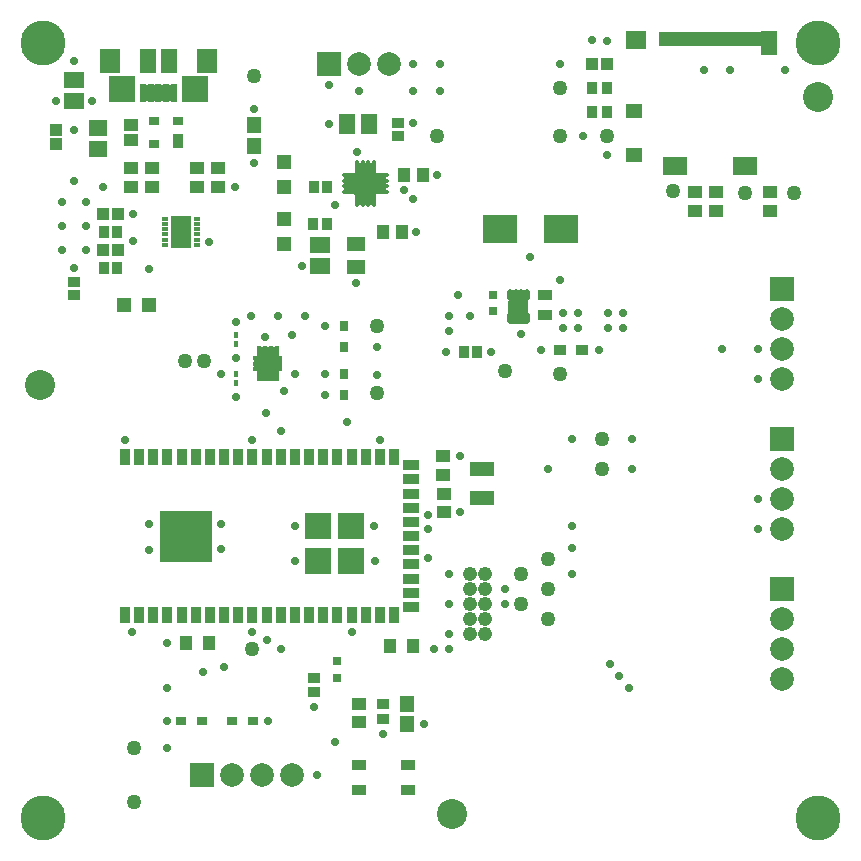
<source format=gts>
G04*
G04 #@! TF.GenerationSoftware,Altium Limited,Altium Designer,21.6.1 (37)*
G04*
G04 Layer_Color=8388736*
%FSLAX25Y25*%
%MOIN*%
G70*
G04*
G04 #@! TF.SameCoordinates,D5ED3E7B-3BD8-4430-B767-26EEE41716E0*
G04*
G04*
G04 #@! TF.FilePolarity,Negative*
G04*
G01*
G75*
%ADD20C,0.05000*%
%ADD23R,0.03150X0.03150*%
%ADD24R,0.03937X0.03543*%
%ADD34R,0.01822X0.02182*%
%ADD35R,0.04724X0.04724*%
%ADD41R,0.03543X0.03150*%
%ADD43R,0.03150X0.03543*%
%ADD44R,0.02756X0.02756*%
%ADD53R,0.04724X0.04724*%
%ADD54R,0.03937X0.04921*%
%ADD55R,0.06127X0.05728*%
%ADD68R,0.34400X0.04900*%
%ADD69R,0.11000X0.05800*%
%ADD70R,0.07400X0.07000*%
%ADD71R,0.09600X0.05100*%
%ADD72R,0.06900X0.11500*%
%ADD73R,0.06000X0.11200*%
%ADD74R,0.00900X0.02100*%
%ADD75R,0.02200X0.01100*%
%ADD76R,0.02100X0.01100*%
%ADD77R,0.01000X0.02000*%
%ADD78R,0.02200X0.01400*%
%ADD79R,0.01832X0.02632*%
%ADD80R,0.02532X0.01732*%
%ADD81R,0.06000X0.14000*%
%ADD82R,0.14000X0.06000*%
%ADD83R,0.07099X0.04343*%
%ADD84R,0.11430X0.09461*%
%ADD85C,0.10000*%
%ADD86R,0.08280X0.05131*%
%ADD87R,0.01784X0.02670*%
%ADD88R,0.02670X0.01784*%
%ADD89R,0.04737X0.04343*%
%ADD90R,0.04147X0.03556*%
%ADD91R,0.04343X0.04147*%
%ADD92R,0.04934X0.03359*%
%ADD93R,0.08819X0.08819*%
%ADD94R,0.08674X0.08674*%
%ADD95R,0.05524X0.03556*%
%ADD96R,0.03556X0.05524*%
%ADD97R,0.04343X0.04737*%
%ADD98R,0.05328X0.06509*%
%ADD99R,0.05131X0.05721*%
%ADD100R,0.03556X0.04147*%
G04:AMPARAMS|DCode=101|XSize=37.13mil|YSize=19.02mil|CornerRadius=5.38mil|HoleSize=0mil|Usage=FLASHONLY|Rotation=90.000|XOffset=0mil|YOffset=0mil|HoleType=Round|Shape=RoundedRectangle|*
%AMROUNDEDRECTD101*
21,1,0.03713,0.00827,0,0,90.0*
21,1,0.02638,0.01902,0,0,90.0*
1,1,0.01076,0.00413,0.01319*
1,1,0.01076,0.00413,-0.01319*
1,1,0.01076,-0.00413,-0.01319*
1,1,0.01076,-0.00413,0.01319*
%
%ADD101ROUNDEDRECTD101*%
%ADD102R,0.04147X0.03753*%
%ADD103R,0.04147X0.04343*%
%ADD104R,0.03753X0.04147*%
%ADD105R,0.02375X0.01784*%
%ADD106R,0.07102X0.10646*%
%ADD107R,0.06312X0.04934*%
%ADD108R,0.06509X0.05328*%
%ADD109O,0.01654X0.03898*%
%ADD110O,0.03898X0.01654*%
%ADD111R,0.07244X0.07244*%
%ADD112R,0.03556X0.03162*%
%ADD113R,0.03556X0.04737*%
%ADD114R,0.02375X0.06115*%
%ADD115R,0.09068X0.08674*%
%ADD116R,0.07099X0.08280*%
%ADD117R,0.05524X0.08280*%
%ADD118R,0.08280X0.06115*%
%ADD119R,0.05524X0.04737*%
%ADD120R,0.06902X0.06115*%
%ADD121R,0.04147X0.05131*%
%ADD122R,0.03753X0.05131*%
%ADD123R,0.05406X0.07887*%
%ADD124C,0.07887*%
%ADD125R,0.07887X0.07887*%
%ADD126R,0.07887X0.07887*%
%ADD127C,0.04760*%
%ADD128C,0.14973*%
%ADD129C,0.02800*%
%ADD130C,0.02769*%
D20*
X120000Y172500D02*
D03*
X177000Y95000D02*
D03*
X168000Y80000D02*
D03*
Y90000D02*
D03*
X259000Y217000D02*
D03*
X79000Y256000D02*
D03*
X218500Y217500D02*
D03*
X177000Y85000D02*
D03*
Y75000D02*
D03*
X120000Y150300D02*
D03*
X78300Y65000D02*
D03*
X140000Y235800D02*
D03*
X39000Y32000D02*
D03*
Y14000D02*
D03*
X162500Y157500D02*
D03*
X181000Y156500D02*
D03*
X195000Y125000D02*
D03*
Y135000D02*
D03*
X62300Y160900D02*
D03*
X56000Y160805D02*
D03*
X181000Y236000D02*
D03*
Y252000D02*
D03*
X242500Y217000D02*
D03*
X196500Y236000D02*
D03*
D23*
X106600Y60953D02*
D03*
Y55047D02*
D03*
D24*
X188043Y164500D02*
D03*
X180957D02*
D03*
D34*
X73000Y156395D02*
D03*
Y153605D02*
D03*
Y169395D02*
D03*
Y166605D02*
D03*
D35*
X89000Y199866D02*
D03*
Y208134D02*
D03*
Y218866D02*
D03*
Y227134D02*
D03*
D41*
X54654Y41000D02*
D03*
X61347D02*
D03*
X78347D02*
D03*
X71653D02*
D03*
D43*
X109000Y172346D02*
D03*
Y165654D02*
D03*
Y149653D02*
D03*
Y156346D02*
D03*
D44*
X158500Y183000D02*
D03*
Y177488D02*
D03*
D53*
X43843Y179642D02*
D03*
X35575D02*
D03*
D54*
X63937Y67000D02*
D03*
X56063D02*
D03*
X131937Y66000D02*
D03*
X124063D02*
D03*
D55*
X27000Y231356D02*
D03*
Y238644D02*
D03*
D68*
X232600Y268250D02*
D03*
D69*
X47300Y250200D02*
D03*
D70*
X83400Y159800D02*
D03*
D71*
Y159950D02*
D03*
D72*
X83550D02*
D03*
D73*
X167000Y179000D02*
D03*
D74*
X112750Y216350D02*
D03*
X119250Y223650D02*
D03*
D75*
X112100Y216850D02*
D03*
D76*
X119750D02*
D03*
D77*
X119200Y216400D02*
D03*
D78*
X120100Y223000D02*
D03*
D79*
X113216Y223284D02*
D03*
D80*
X112766Y222834D02*
D03*
D81*
X116000Y220000D02*
D03*
D82*
D03*
D83*
X167000Y179000D02*
D03*
D84*
X160961Y205000D02*
D03*
X181039D02*
D03*
D85*
X145000Y10000D02*
D03*
X267000Y249000D02*
D03*
X7500Y153000D02*
D03*
D86*
X155000Y124921D02*
D03*
Y115079D02*
D03*
D87*
X86353Y155423D02*
D03*
X84384D02*
D03*
X82416D02*
D03*
X80447D02*
D03*
Y164577D02*
D03*
X82416D02*
D03*
X84384D02*
D03*
X86353D02*
D03*
D88*
X79808Y160000D02*
D03*
X86993D02*
D03*
X86994Y158031D02*
D03*
X79808D02*
D03*
Y161969D02*
D03*
X86993D02*
D03*
D89*
X251000Y210850D02*
D03*
Y217150D02*
D03*
X233000Y210850D02*
D03*
Y217150D02*
D03*
X226000Y210850D02*
D03*
Y217150D02*
D03*
X114000Y40350D02*
D03*
Y46650D02*
D03*
X45000Y225150D02*
D03*
Y218850D02*
D03*
X38000Y225150D02*
D03*
Y218850D02*
D03*
X66800Y225200D02*
D03*
Y218901D02*
D03*
X59800Y225200D02*
D03*
Y218901D02*
D03*
X142000Y122850D02*
D03*
Y129150D02*
D03*
X142100Y116650D02*
D03*
Y110350D02*
D03*
X38000Y239657D02*
D03*
Y234343D02*
D03*
D90*
X99000Y50536D02*
D03*
Y55064D02*
D03*
X127000Y240264D02*
D03*
Y235736D02*
D03*
X19000Y187264D02*
D03*
Y182736D02*
D03*
D91*
X13000Y233138D02*
D03*
Y237862D02*
D03*
D92*
X130169Y26232D02*
D03*
X113831D02*
D03*
Y17768D02*
D03*
X130169D02*
D03*
X176000Y176307D02*
D03*
Y183000D02*
D03*
D93*
X51825Y106613D02*
D03*
X60557D02*
D03*
X51825Y98022D02*
D03*
X60557D02*
D03*
D94*
X100077Y105802D02*
D03*
X111317D02*
D03*
X100077Y94290D02*
D03*
X111317D02*
D03*
D95*
X131219Y83587D02*
D03*
Y126106D02*
D03*
Y121382D02*
D03*
Y116657D02*
D03*
Y111933D02*
D03*
Y107209D02*
D03*
Y102484D02*
D03*
Y97760D02*
D03*
Y93035D02*
D03*
Y88311D02*
D03*
Y78862D02*
D03*
D96*
X35781Y128878D02*
D03*
X40506D02*
D03*
X45230D02*
D03*
X49955D02*
D03*
X54679D02*
D03*
X59404D02*
D03*
X64128D02*
D03*
X68852D02*
D03*
X73577D02*
D03*
X78301D02*
D03*
X83026D02*
D03*
X87750D02*
D03*
X92474D02*
D03*
X97199D02*
D03*
X101923D02*
D03*
X106648D02*
D03*
X111372D02*
D03*
X116096D02*
D03*
X120821D02*
D03*
X125545D02*
D03*
Y76122D02*
D03*
X120821D02*
D03*
X116096D02*
D03*
X111372D02*
D03*
X106648D02*
D03*
X101923D02*
D03*
X97199D02*
D03*
X92474D02*
D03*
X87750D02*
D03*
X83026D02*
D03*
X78301D02*
D03*
X73577D02*
D03*
X68852D02*
D03*
X64128D02*
D03*
X59404D02*
D03*
X54679D02*
D03*
X49955D02*
D03*
X45230D02*
D03*
X40506D02*
D03*
X35781D02*
D03*
D97*
X135150Y223000D02*
D03*
X128850D02*
D03*
X128150Y204000D02*
D03*
X121850D02*
D03*
D98*
X110000Y240000D02*
D03*
X117087D02*
D03*
D99*
X79000Y232653D02*
D03*
Y239347D02*
D03*
X130000Y39854D02*
D03*
Y46546D02*
D03*
D100*
X148736Y164000D02*
D03*
X153264D02*
D03*
X33264Y204000D02*
D03*
X28736D02*
D03*
X98572Y206400D02*
D03*
X103100D02*
D03*
X98736Y219000D02*
D03*
X103264D02*
D03*
X28736Y192000D02*
D03*
X33264D02*
D03*
D101*
X164047Y182878D02*
D03*
X166016D02*
D03*
X167984D02*
D03*
X169953D02*
D03*
Y175122D02*
D03*
X167984D02*
D03*
X166016D02*
D03*
X164047D02*
D03*
D102*
X122000Y41441D02*
D03*
Y46559D02*
D03*
D103*
X196362Y260000D02*
D03*
X191638D02*
D03*
X28638Y210000D02*
D03*
X33362D02*
D03*
X28638Y198000D02*
D03*
X33362D02*
D03*
D104*
X191441Y252000D02*
D03*
X196559D02*
D03*
X191441Y244000D02*
D03*
X196559D02*
D03*
D105*
X49285Y208329D02*
D03*
Y206557D02*
D03*
Y204786D02*
D03*
Y203014D02*
D03*
Y201242D02*
D03*
Y199471D02*
D03*
X59915D02*
D03*
Y201242D02*
D03*
Y203014D02*
D03*
Y204786D02*
D03*
Y206557D02*
D03*
Y208329D02*
D03*
D106*
X54600Y203900D02*
D03*
D107*
X113000Y199740D02*
D03*
Y192260D02*
D03*
D108*
X101000Y199543D02*
D03*
Y192457D02*
D03*
X19000Y247457D02*
D03*
Y254543D02*
D03*
D109*
X118953Y225807D02*
D03*
X116984D02*
D03*
X115016D02*
D03*
X113047D02*
D03*
Y214193D02*
D03*
X115016D02*
D03*
X116984D02*
D03*
X118953D02*
D03*
D110*
X110193Y222953D02*
D03*
Y220984D02*
D03*
Y219016D02*
D03*
Y217047D02*
D03*
X121807D02*
D03*
Y219016D02*
D03*
Y220984D02*
D03*
Y222953D02*
D03*
D111*
X116000Y220000D02*
D03*
D112*
X45563Y233260D02*
D03*
Y240740D02*
D03*
X53437D02*
D03*
D113*
Y234047D02*
D03*
D114*
X41882Y250234D02*
D03*
X44441D02*
D03*
X47000D02*
D03*
X49559D02*
D03*
X52118D02*
D03*
D115*
X34795Y251514D02*
D03*
X59205D02*
D03*
D116*
X30858Y260766D02*
D03*
X63142D02*
D03*
D117*
X43654D02*
D03*
X50346D02*
D03*
D118*
X242655Y225691D02*
D03*
X219152D02*
D03*
D119*
X205372Y244096D02*
D03*
Y229530D02*
D03*
D120*
X206061Y267817D02*
D03*
D121*
X215746Y268309D02*
D03*
X220077D02*
D03*
X224408D02*
D03*
X228738D02*
D03*
X233069D02*
D03*
X237400D02*
D03*
X241730D02*
D03*
D122*
X245864D02*
D03*
D123*
X250628Y266931D02*
D03*
D124*
X91500Y23000D02*
D03*
X81500D02*
D03*
X71500D02*
D03*
X255000Y105000D02*
D03*
Y115000D02*
D03*
Y125000D02*
D03*
X114000Y260000D02*
D03*
X124000D02*
D03*
X255000Y75000D02*
D03*
Y65000D02*
D03*
Y55000D02*
D03*
Y175000D02*
D03*
Y165000D02*
D03*
Y155000D02*
D03*
D125*
X61500Y23000D02*
D03*
X104000Y260000D02*
D03*
D126*
X255000Y135000D02*
D03*
Y85000D02*
D03*
Y185000D02*
D03*
D127*
X151000Y90000D02*
D03*
Y85000D02*
D03*
X156000Y90000D02*
D03*
Y85000D02*
D03*
Y75000D02*
D03*
Y80000D02*
D03*
X151000Y75000D02*
D03*
Y80000D02*
D03*
Y70000D02*
D03*
X156000D02*
D03*
D128*
X8500Y8500D02*
D03*
Y267000D02*
D03*
X267000Y8500D02*
D03*
Y267000D02*
D03*
D129*
X50000Y52000D02*
D03*
X19000Y221000D02*
D03*
X181000Y260000D02*
D03*
X106000Y34000D02*
D03*
X91500Y169500D02*
D03*
X96000Y176000D02*
D03*
X87000D02*
D03*
X78000D02*
D03*
X114000Y251000D02*
D03*
X132000D02*
D03*
X141000D02*
D03*
Y260000D02*
D03*
X132000D02*
D03*
X15000Y214000D02*
D03*
X23000D02*
D03*
Y206000D02*
D03*
X15000D02*
D03*
Y198000D02*
D03*
X25000Y247500D02*
D03*
X13000D02*
D03*
X119100Y94300D02*
D03*
X119000Y105800D02*
D03*
X92500Y94300D02*
D03*
Y105800D02*
D03*
X44000Y98000D02*
D03*
X43913Y106613D02*
D03*
X67987D02*
D03*
X68000Y98022D02*
D03*
X200500Y56000D02*
D03*
X204000Y52000D02*
D03*
X197500Y60000D02*
D03*
X120000Y156300D02*
D03*
Y165600D02*
D03*
X185000Y90000D02*
D03*
X104000Y240000D02*
D03*
X162500Y85000D02*
D03*
Y80000D02*
D03*
X185000Y98500D02*
D03*
X139000Y65000D02*
D03*
X144000D02*
D03*
X100000Y23000D02*
D03*
X205000Y135000D02*
D03*
X235000Y165000D02*
D03*
X205000Y125000D02*
D03*
X177000D02*
D03*
X99000Y45500D02*
D03*
X147000Y183000D02*
D03*
X174500Y164500D02*
D03*
X194000D02*
D03*
X182000Y172000D02*
D03*
X187000D02*
D03*
X197000D02*
D03*
X202000D02*
D03*
Y177000D02*
D03*
X197000D02*
D03*
X187000D02*
D03*
X182000D02*
D03*
X151000Y176000D02*
D03*
X144000Y171000D02*
D03*
Y176000D02*
D03*
X62000Y57126D02*
D03*
X147650Y110350D02*
D03*
X147500Y129200D02*
D03*
X136800Y95300D02*
D03*
X144000Y70000D02*
D03*
Y80000D02*
D03*
Y90000D02*
D03*
X135500Y39800D02*
D03*
X143000Y164000D02*
D03*
X19000Y261000D02*
D03*
Y238000D02*
D03*
Y192000D02*
D03*
X23000Y198000D02*
D03*
X89000Y151000D02*
D03*
X82400Y169000D02*
D03*
X73000Y174000D02*
D03*
X50000Y32000D02*
D03*
X79000Y227000D02*
D03*
X132000Y240300D02*
D03*
X247000Y105000D02*
D03*
Y115000D02*
D03*
Y155000D02*
D03*
Y165000D02*
D03*
X185000Y135000D02*
D03*
X38100Y70500D02*
D03*
X185000Y106000D02*
D03*
X120800Y134500D02*
D03*
X35800D02*
D03*
X78300D02*
D03*
X113000Y187000D02*
D03*
X133000Y204000D02*
D03*
X158000Y164000D02*
D03*
X78300Y70500D02*
D03*
X111400D02*
D03*
X122000Y36500D02*
D03*
X50000Y41000D02*
D03*
X102500Y172346D02*
D03*
Y149653D02*
D03*
X73000Y162000D02*
D03*
Y149000D02*
D03*
X68000Y156500D02*
D03*
X113100Y230500D02*
D03*
X44000Y191372D02*
D03*
X28638Y218850D02*
D03*
X132000Y215000D02*
D03*
X129000Y218000D02*
D03*
X104000Y253000D02*
D03*
X95000Y192500D02*
D03*
X140000Y223000D02*
D03*
X171000Y195500D02*
D03*
X196362Y267562D02*
D03*
X256000Y258000D02*
D03*
X237400D02*
D03*
X228738D02*
D03*
X196500Y229500D02*
D03*
X188500Y236000D02*
D03*
X167984Y170000D02*
D03*
X83500Y41000D02*
D03*
X50000Y67000D02*
D03*
X68800Y59000D02*
D03*
X83000Y143500D02*
D03*
X110000Y140500D02*
D03*
X87800Y137500D02*
D03*
X83026Y68000D02*
D03*
X87750Y65000D02*
D03*
X136800Y109500D02*
D03*
Y104700D02*
D03*
X191600Y267700D02*
D03*
X92500Y156400D02*
D03*
X102407Y156346D02*
D03*
X79000Y245000D02*
D03*
X105700Y212700D02*
D03*
X72500Y218800D02*
D03*
X38500Y210000D02*
D03*
X38600Y200800D02*
D03*
X63900Y200400D02*
D03*
X181000Y188000D02*
D03*
D130*
X56568Y203900D02*
D03*
Y200357D02*
D03*
X52631D02*
D03*
Y203900D02*
D03*
X56568Y207443D02*
D03*
X52631D02*
D03*
M02*

</source>
